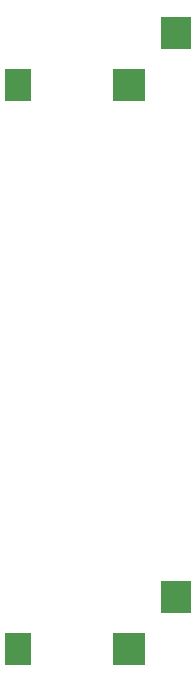
<source format=gbr>
G04 #@! TF.GenerationSoftware,KiCad,Pcbnew,(5.0.1)-rc2*
G04 #@! TF.CreationDate,2018-12-04T01:24:34-05:00*
G04 #@! TF.ProjectId,envelope,656E76656C6F70652E6B696361645F70,rev?*
G04 #@! TF.SameCoordinates,Original*
G04 #@! TF.FileFunction,Paste,Top*
G04 #@! TF.FilePolarity,Positive*
%FSLAX46Y46*%
G04 Gerber Fmt 4.6, Leading zero omitted, Abs format (unit mm)*
G04 Created by KiCad (PCBNEW (5.0.1)-rc2) date 12/4/2018 1:24:34 AM*
%MOMM*%
%LPD*%
G01*
G04 APERTURE LIST*
%ADD10R,2.600000X2.800000*%
%ADD11R,2.800000X2.800000*%
%ADD12R,2.200000X2.800000*%
G04 APERTURE END LIST*
D10*
G04 #@! TO.C,J2*
X144567000Y-37096000D03*
D11*
X140567000Y-41546000D03*
D12*
X131167000Y-41546000D03*
G04 #@! TD*
G04 #@! TO.C,J9*
X131167000Y-89298000D03*
D11*
X140567000Y-89298000D03*
D10*
X144567000Y-84848000D03*
G04 #@! TD*
M02*

</source>
